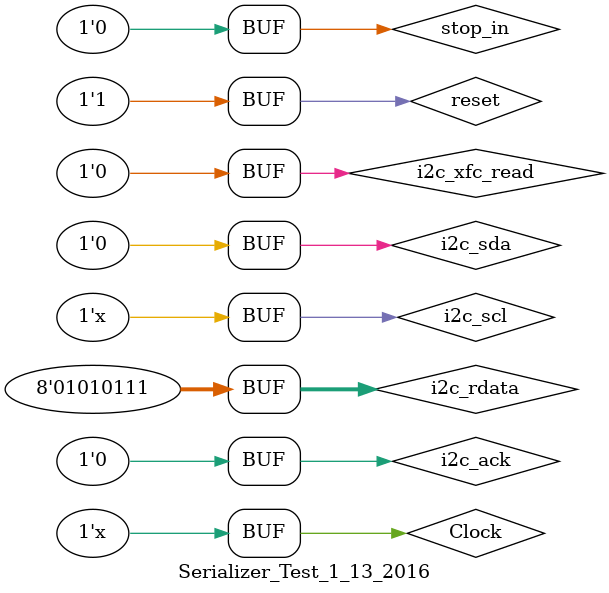
<source format=v>
`timescale 1ns / 1ps


module Serializer_Test_1_13_2016;

	// Inputs
	reg i2c_scl;
	reg i2c_sda;
	reg i2c_ack;
	reg Clock;
	reg reset;
	reg [7:0] i2c_rdata;
	reg i2c_xfc_read;
	reg stop_in;

	// Outputs
	wire i2c_sda_out;

	// Instantiate the Unit Under Test (UUT)
	Serializer uut (
		.i2c_scl(i2c_scl), 
		.i2c_sda(i2c_sda), 
		.i2c_sda_out(i2c_sda_out), 
		.i2c_ack(i2c_ack), 
		.Clock(Clock), 
		.reset(reset), 
		.i2c_rdata(i2c_rdata), 
		.i2c_xfc_read(i2c_xfc_read), 
		.stop_in(stop_in)
	);

	initial begin
		// Initialize Inputs
		i2c_scl = 0;
		i2c_sda = 0;
		i2c_ack = 0;
		Clock = 0;
		reset = 0;
		i2c_rdata = 0;
		i2c_xfc_read = 0;
		stop_in = 0;

		// Wait 100 ns for global reset to finish
		#100;
      end 
		// Add stimulus here
		always #50 Clock = !Clock;
		always #1250 i2c_scl = !i2c_scl;
		
		initial begin
		
		reset = 1'b1;
		#100;
		reset = 1'b0;
		#100
		reset = 1'b1;
		#2450
		i2c_ack = 1'b1;
		#2500
		i2c_ack = 1'b0;
		#5000
		reset = 1'b0;
		#100
		reset = 1'b1;
		
		
		#80
		i2c_ack = 1'b1;
		#10
		i2c_rdata = 8'b01010111;
		#10
		i2c_xfc_read = 1'b1;
		#100
		i2c_xfc_read = 1'b0;
		#2420
		i2c_ack = 1'b0;
		#80000
		reset = 1'b0;
		#100
		reset = 1'b1;
		
		
	end
      
endmodule


</source>
